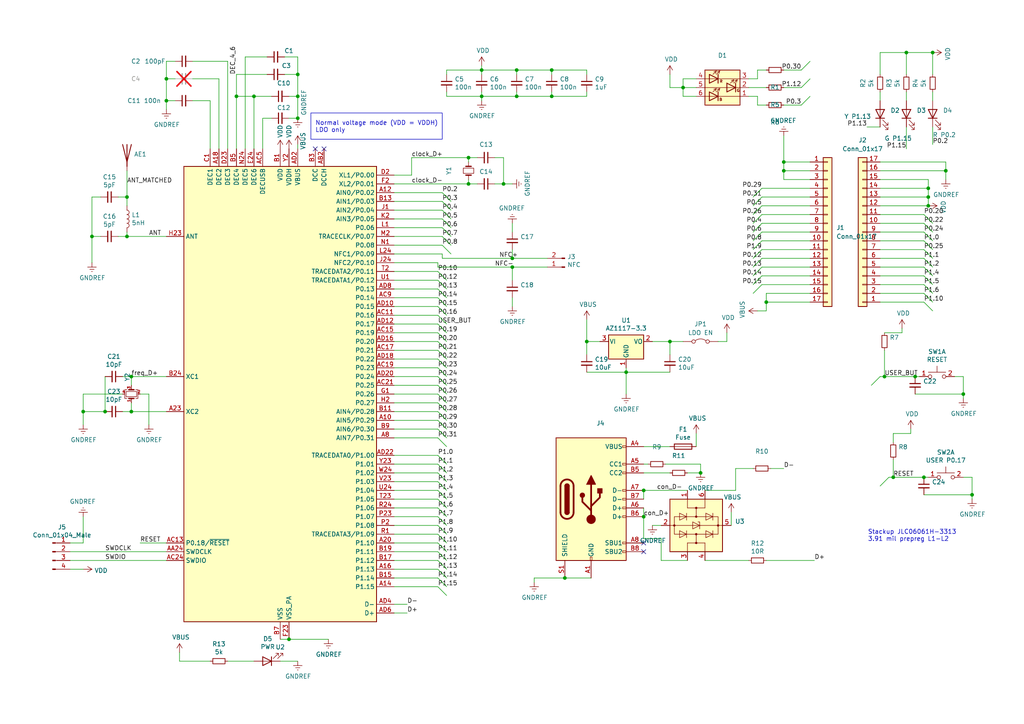
<source format=kicad_sch>
(kicad_sch (version 20231120) (generator "eeschema") (generator_version "8.0")
  (paper "A4")
  (title_block (title "Beaver") (date "2024-05-27") (rev "v2.0"))
  (junction (at 163.83 167.64))
  (junction (at 269.24 57.15))
  (junction (at 181.61 107.95))
  (junction (at 259.08 138.43))
  (junction (at 26.67 68.58))
  (junction (at 262.89 15.24))
  (junction (at 86.36 27.94))
  (junction (at 203.2 137.16))
  (junction (at 24.13 119.38))
  (junction (at 30.48 119.38))
  (junction (at 146.05 53.34))
  (junction (at 36.83 57.15))
  (junction (at 68.58 27.94))
  (junction (at 198.12 25.4))
  (junction (at 274.32 49.53))
  (junction (at 48.26 22.86))
  (junction (at 194.31 99.06))
  (junction (at 267.97 138.43))
  (junction (at 48.26 29.21))
  (junction (at 227.33 46.99))
  (junction (at 222.25 87.63))
  (junction (at 135.89 45.72))
  (junction (at 86.36 34.29))
  (junction (at 227.33 49.53))
  (junction (at 270.51 15.24))
  (junction (at 149.86 20.32))
  (junction (at 73.66 27.94))
  (junction (at 148.59 74.93))
  (junction (at 279.4 114.3))
  (junction (at 269.24 54.61))
  (junction (at 38.1 119.38))
  (junction (at 281.94 143.51))
  (junction (at 36.83 68.58))
  (junction (at 269.24 59.69))
  (junction (at 170.18 99.06))
  (junction (at 135.89 53.34))
  (junction (at 139.7 27.94))
  (junction (at 265.43 109.22))
  (junction (at 160.02 20.32))
  (junction (at 86.36 21.59))
  (junction (at 256.54 109.22))
  (junction (at 186.69 149.86))
  (junction (at 186.69 142.24))
  (junction (at 148.59 77.47))
  (junction (at 160.02 27.94))
  (junction (at 139.7 20.32))
  (junction (at 38.1 109.22))
  (junction (at 149.86 27.94))
  (junction (at 83.82 185.42))
  (no_connect (at 186.69 160.02))
  (no_connect (at 91.44 43.18))
  (no_connect (at 93.98 43.18))
  (no_connect (at 186.69 157.48))
  (bus_entry (at 127 78.74) (size 2.54 2.54))
  (bus_entry (at 127 86.36) (size 2.54 2.54))
  (bus_entry (at 220.98 77.47) (size -2.54 2.54))
  (bus_entry (at 267.97 69.85) (size 2.54 2.54))
  (bus_entry (at 220.98 64.77) (size -2.54 2.54))
  (bus_entry (at 127 93.98) (size 2.54 2.54))
  (bus_entry (at 127 154.94) (size 2.54 2.54))
  (bus_entry (at 127 137.16) (size 2.54 2.54))
  (bus_entry (at 127 132.08) (size 2.54 2.54))
  (bus_entry (at 127 142.24) (size 2.54 2.54))
  (bus_entry (at 127 124.46) (size 2.54 2.54))
  (bus_entry (at 220.98 57.15) (size -2.54 2.54))
  (bus_entry (at 128.27 68.58) (size 2.54 2.54))
  (bus_entry (at 127 147.32) (size 2.54 2.54))
  (bus_entry (at 127 160.02) (size 2.54 2.54))
  (bus_entry (at 127 127) (size 2.54 2.54))
  (bus_entry (at 234.95 22.86) (size -2.54 2.54))
  (bus_entry (at 127 157.48) (size 2.54 2.54))
  (bus_entry (at 267.97 62.23) (size 2.54 2.54))
  (bus_entry (at 127 152.4) (size 2.54 2.54))
  (bus_entry (at 220.98 82.55) (size -2.54 2.54))
  (bus_entry (at 267.97 72.39) (size 2.54 2.54))
  (bus_entry (at 267.97 87.63) (size 2.54 2.54))
  (bus_entry (at 127 162.56) (size 2.54 2.54))
  (bus_entry (at 220.98 69.85) (size -2.54 2.54))
  (bus_entry (at 127 114.3) (size 2.54 2.54))
  (bus_entry (at 127 81.28) (size 2.54 2.54))
  (bus_entry (at 267.97 64.77) (size 2.54 2.54))
  (bus_entry (at 127 116.84) (size 2.54 2.54))
  (bus_entry (at 128.27 58.42) (size 2.54 2.54))
  (bus_entry (at 267.97 74.93) (size 2.54 2.54))
  (bus_entry (at 267.97 82.55) (size 2.54 2.54))
  (bus_entry (at 128.27 60.96) (size 2.54 2.54))
  (bus_entry (at 220.98 72.39) (size -2.54 2.54))
  (bus_entry (at 267.97 85.09) (size 2.54 2.54))
  (bus_entry (at 127 91.44) (size 2.54 2.54))
  (bus_entry (at 220.98 54.61) (size -2.54 2.54))
  (bus_entry (at 128.27 55.88) (size 2.54 2.54))
  (bus_entry (at 127 139.7) (size 2.54 2.54))
  (bus_entry (at 267.97 77.47) (size 2.54 2.54))
  (bus_entry (at 267.97 67.31) (size 2.54 2.54))
  (bus_entry (at 220.98 80.01) (size -2.54 2.54))
  (bus_entry (at 128.27 63.5) (size 2.54 2.54))
  (bus_entry (at 127 99.06) (size 2.54 2.54))
  (bus_entry (at 128.27 66.04) (size 2.54 2.54))
  (bus_entry (at 128.27 71.12) (size 2.54 2.54))
  (bus_entry (at 220.98 62.23) (size -2.54 2.54))
  (bus_entry (at 127 88.9) (size 2.54 2.54))
  (bus_entry (at 220.98 67.31) (size -2.54 2.54))
  (bus_entry (at 127 170.18) (size 2.54 2.54))
  (bus_entry (at 127 165.1) (size 2.54 2.54))
  (bus_entry (at 127 104.14) (size 2.54 2.54))
  (bus_entry (at 127 149.86) (size 2.54 2.54))
  (bus_entry (at 127 119.38) (size 2.54 2.54))
  (bus_entry (at 234.95 17.78) (size -2.54 2.54))
  (bus_entry (at 127 121.92) (size 2.54 2.54))
  (bus_entry (at 234.95 27.94) (size -2.54 2.54))
  (bus_entry (at 127 101.6) (size 2.54 2.54))
  (bus_entry (at 220.98 59.69) (size -2.54 2.54))
  (bus_entry (at 127 96.52) (size 2.54 2.54))
  (bus_entry (at 127 144.78) (size 2.54 2.54))
  (bus_entry (at 255.27 140.97) (size 2.54 -2.54))
  (bus_entry (at 127 83.82) (size 2.54 2.54))
  (bus_entry (at 127 111.76) (size 2.54 2.54))
  (bus_entry (at 127 134.62) (size 2.54 2.54))
  (bus_entry (at 267.97 80.01) (size 2.54 2.54))
  (bus_entry (at 220.98 74.93) (size -2.54 2.54))
  (bus_entry (at 252.73 111.76) (size 2.54 -2.54))
  (bus_entry (at 127 109.22) (size 2.54 2.54))
  (bus_entry (at 127 167.64) (size 2.54 2.54))
  (bus_entry (at 127 106.68) (size 2.54 2.54))
  (wire (pts (xy 262.89 29.21) (xy 262.89 26.67)))
  (wire (pts (xy 114.3 81.28) (xy 127 81.28)))
  (wire (pts (xy 24.13 165.1) (xy 20.32 165.1)))
  (wire (pts (xy 194.31 21.59) (xy 194.31 25.4)))
  (wire (pts (xy 255.27 80.01) (xy 267.97 80.01)))
  (wire (pts (xy 262.89 43.18) (xy 262.89 36.83)))
  (wire (pts (xy 40.64 114.3) (xy 43.18 114.3)))
  (wire (pts (xy 128.27 58.42) (xy 114.3 58.42)))
  (wire (pts (xy 48.26 109.22) (xy 38.1 109.22)))
  (wire (pts (xy 269.24 52.07) (xy 269.24 54.61)))
  (wire (pts (xy 48.26 68.58) (xy 36.83 68.58)))
  (wire (pts (xy 114.3 88.9) (xy 127 88.9)))
  (wire (pts (xy 73.66 27.94) (xy 68.58 27.94)))
  (wire (pts (xy 127 76.2) (xy 114.3 76.2)))
  (wire (pts (xy 279.4 109.22) (xy 279.4 114.3)))
  (wire (pts (xy 261.62 96.52) (xy 261.62 95.25)))
  (wire (pts (xy 114.3 53.34) (xy 135.89 53.34)))
  (wire (pts (xy 222.25 87.63) (xy 222.25 90.17)))
  (wire (pts (xy 114.3 93.98) (xy 127 93.98)))
  (wire (pts (xy 71.12 43.18) (xy 71.12 16.51)))
  (wire (pts (xy 191.77 162.56) (xy 199.39 162.56)))
  (wire (pts (xy 127 111.76) (xy 114.3 111.76)))
  (wire (pts (xy 149.86 27.94) (xy 160.02 27.94)))
  (wire (pts (xy 114.3 114.3) (xy 127 114.3)))
  (wire (pts (xy 222.25 20.32) (xy 219.71 20.32)))
  (wire (pts (xy 267.97 143.51) (xy 281.94 143.51)))
  (wire (pts (xy 227.33 49.53) (xy 227.33 52.07)))
  (wire (pts (xy 170.18 99.06) (xy 173.99 99.06)))
  (wire (pts (xy 223.52 135.89) (xy 227.33 135.89)))
  (wire (pts (xy 255.27 72.39) (xy 267.97 72.39)))
  (wire (pts (xy 255.27 62.23) (xy 267.97 62.23)))
  (wire (pts (xy 139.7 27.94) (xy 129.54 27.94)))
  (wire (pts (xy 83.82 27.94) (xy 86.36 27.94)))
  (wire (pts (xy 119.38 45.72) (xy 135.89 45.72)))
  (wire (pts (xy 20.32 160.02) (xy 48.26 160.02)))
  (wire (pts (xy 234.95 52.07) (xy 227.33 52.07)))
  (wire (pts (xy 267.97 67.31) (xy 255.27 67.31)))
  (wire (pts (xy 114.3 109.22) (xy 127 109.22)))
  (wire (pts (xy 48.26 17.78) (xy 48.26 22.86)))
  (wire (pts (xy 259.08 125.73) (xy 264.16 125.73)))
  (wire (pts (xy 171.45 167.64) (xy 163.83 167.64)))
  (wire (pts (xy 222.25 85.09) (xy 222.25 87.63)))
  (wire (pts (xy 265.43 114.3) (xy 279.4 114.3)))
  (wire (pts (xy 255.27 52.07) (xy 269.24 52.07)))
  (wire (pts (xy 83.82 185.42) (xy 95.25 185.42)))
  (wire (pts (xy 20.32 157.48) (xy 24.13 157.48)))
  (wire (pts (xy 194.31 99.06) (xy 198.12 99.06)))
  (wire (pts (xy 148.59 74.93) (xy 158.75 74.93)))
  (wire (pts (xy 20.32 162.56) (xy 48.26 162.56)))
  (wire (pts (xy 114.3 83.82) (xy 127 83.82)))
  (wire (pts (xy 269.24 138.43) (xy 267.97 138.43)))
  (wire (pts (xy 212.09 152.4) (xy 212.09 148.59)))
  (wire (pts (xy 73.66 191.77) (xy 66.04 191.77)))
  (wire (pts (xy 66.04 43.18) (xy 66.04 17.78)))
  (wire (pts (xy 267.97 74.93) (xy 255.27 74.93)))
  (wire (pts (xy 60.96 191.77) (xy 52.07 191.77)))
  (wire (pts (xy 234.95 85.09) (xy 222.25 85.09)))
  (wire (pts (xy 255.27 54.61) (xy 269.24 54.61)))
  (wire (pts (xy 114.3 177.8) (xy 118.11 177.8)))
  (wire (pts (xy 269.24 57.15) (xy 269.24 59.69)))
  (wire (pts (xy 267.97 69.85) (xy 255.27 69.85)))
  (wire (pts (xy 135.89 52.07) (xy 135.89 53.34)))
  (wire (pts (xy 222.25 25.4) (xy 217.17 25.4)))
  (wire (pts (xy 170.18 20.32) (xy 160.02 20.32)))
  (wire (pts (xy 256.54 96.52) (xy 261.62 96.52)))
  (wire (pts (xy 127 127) (xy 114.3 127)))
  (wire (pts (xy 170.18 102.87) (xy 170.18 99.06)))
  (wire (pts (xy 127 101.6) (xy 114.3 101.6)))
  (wire (pts (xy 170.18 107.95) (xy 181.61 107.95)))
  (wire (pts (xy 186.69 137.16) (xy 194.31 137.16)))
  (wire (pts (xy 114.3 124.46) (xy 127 124.46)))
  (wire (pts (xy 255.27 29.21) (xy 255.27 26.67)))
  (wire (pts (xy 201.93 27.94) (xy 198.12 27.94)))
  (wire (pts (xy 60.96 43.18) (xy 60.96 29.21)))
  (wire (pts (xy 269.24 54.61) (xy 269.24 57.15)))
  (wire (pts (xy 234.95 74.93) (xy 220.98 74.93)))
  (wire (pts (xy 255.27 85.09) (xy 267.97 85.09)))
  (wire (pts (xy 186.69 144.78) (xy 186.69 142.24)))
  (wire (pts (xy 76.2 34.29) (xy 78.74 34.29)))
  (wire (pts (xy 255.27 46.99) (xy 274.32 46.99)))
  (wire (pts (xy 154.94 167.64) (xy 163.83 167.64)))
  (wire (pts (xy 232.41 20.32) (xy 227.33 20.32)))
  (wire (pts (xy 154.94 168.91) (xy 154.94 167.64)))
  (wire (pts (xy 251.46 36.83) (xy 255.27 36.83)))
  (wire (pts (xy 86.36 27.94) (xy 86.36 34.29)))
  (wire (pts (xy 82.55 21.59) (xy 86.36 21.59)))
  (wire (pts (xy 181.61 114.3) (xy 181.61 107.95)))
  (wire (pts (xy 68.58 21.59) (xy 77.47 21.59)))
  (wire (pts (xy 73.66 27.94) (xy 78.74 27.94)))
  (wire (pts (xy 234.95 64.77) (xy 220.98 64.77)))
  (wire (pts (xy 198.12 25.4) (xy 194.31 25.4)))
  (wire (pts (xy 213.36 142.24) (xy 213.36 135.89)))
  (wire (pts (xy 270.51 41.91) (xy 270.51 36.83)))
  (wire (pts (xy 114.3 91.44) (xy 127 91.44)))
  (wire (pts (xy 114.3 104.14) (xy 127 104.14)))
  (wire (pts (xy 35.56 114.3) (xy 24.13 114.3)))
  (wire (pts (xy 234.95 82.55) (xy 220.98 82.55)))
  (wire (pts (xy 210.82 96.52) (xy 210.82 99.06)))
  (wire (pts (xy 129.54 20.32) (xy 139.7 20.32)))
  (wire (pts (xy 86.36 43.18) (xy 86.36 41.91)))
  (wire (pts (xy 30.48 109.22) (xy 30.48 119.38)))
  (wire (pts (xy 127 157.48) (xy 114.3 157.48)))
  (wire (pts (xy 234.95 67.31) (xy 220.98 67.31)))
  (wire (pts (xy 81.28 185.42) (xy 83.82 185.42)))
  (wire (pts (xy 119.38 50.8) (xy 114.3 50.8)))
  (wire (pts (xy 38.1 116.84) (xy 38.1 119.38)))
  (wire (pts (xy 281.94 143.51) (xy 281.94 144.78)))
  (wire (pts (xy 50.8 22.86) (xy 48.26 22.86)))
  (wire (pts (xy 76.2 43.18) (xy 76.2 34.29)))
  (wire (pts (xy 127 162.56) (xy 114.3 162.56)))
  (wire (pts (xy 222.25 90.17) (xy 219.71 90.17)))
  (wire (pts (xy 279.4 138.43) (xy 281.94 138.43)))
  (wire (pts (xy 276.86 109.22) (xy 279.4 109.22)))
  (wire (pts (xy 86.36 16.51) (xy 86.36 21.59)))
  (wire (pts (xy 127 167.64) (xy 114.3 167.64)))
  (wire (pts (xy 66.04 17.78) (xy 55.88 17.78)))
  (wire (pts (xy 36.83 68.58) (xy 36.83 67.31)))
  (wire (pts (xy 55.88 22.86) (xy 63.5 22.86)))
  (wire (pts (xy 279.4 114.3) (xy 279.4 115.57)))
  (wire (pts (xy 127 77.47) (xy 148.59 77.47)))
  (wire (pts (xy 255.27 59.69) (xy 269.24 59.69)))
  (wire (pts (xy 24.13 114.3) (xy 24.13 119.38)))
  (wire (pts (xy 114.3 99.06) (xy 127 99.06)))
  (wire (pts (xy 43.18 123.19) (xy 43.18 114.3)))
  (wire (pts (xy 160.02 27.94) (xy 160.02 26.67)))
  (wire (pts (xy 256.54 109.22) (xy 255.27 109.22)))
  (wire (pts (xy 114.3 96.52) (xy 127 96.52)))
  (wire (pts (xy 127 116.84) (xy 114.3 116.84)))
  (wire (pts (xy 34.29 57.15) (xy 36.83 57.15)))
  (wire (pts (xy 143.51 45.72) (xy 146.05 45.72)))
  (wire (pts (xy 127 165.1) (xy 114.3 165.1)))
  (wire (pts (xy 114.3 66.04) (xy 128.27 66.04)))
  (wire (pts (xy 129.54 20.32) (xy 129.54 21.59)))
  (wire (pts (xy 146.05 53.34) (xy 148.59 53.34)))
  (wire (pts (xy 127 137.16) (xy 114.3 137.16)))
  (wire (pts (xy 220.98 80.01) (xy 234.95 80.01)))
  (wire (pts (xy 139.7 27.94) (xy 139.7 26.67)))
  (wire (pts (xy 48.26 31.75) (xy 48.26 29.21)))
  (wire (pts (xy 219.71 27.94) (xy 217.17 27.94)))
  (wire (pts (xy 119.38 50.8) (xy 119.38 45.72)))
  (wire (pts (xy 194.31 107.95) (xy 181.61 107.95)))
  (wire (pts (xy 227.33 46.99) (xy 227.33 49.53)))
  (wire (pts (xy 220.98 62.23) (xy 234.95 62.23)))
  (wire (pts (xy 203.2 134.62) (xy 203.2 137.16)))
  (wire (pts (xy 186.69 134.62) (xy 187.96 134.62)))
  (wire (pts (xy 127 152.4) (xy 114.3 152.4)))
  (wire (pts (xy 114.3 73.66) (xy 128.27 73.66)))
  (wire (pts (xy 34.29 68.58) (xy 36.83 68.58)))
  (wire (pts (xy 227.33 39.37) (xy 227.33 46.99)))
  (wire (pts (xy 219.71 22.86) (xy 217.17 22.86)))
  (wire (pts (xy 52.07 191.77) (xy 52.07 189.23)))
  (wire (pts (xy 267.97 138.43) (xy 259.08 138.43)))
  (wire (pts (xy 128.27 74.93) (xy 148.59 74.93)))
  (wire (pts (xy 138.43 53.34) (xy 135.89 53.34)))
  (wire (pts (xy 68.58 43.18) (xy 68.58 27.94)))
  (wire (pts (xy 227.33 49.53) (xy 234.95 49.53)))
  (wire (pts (xy 234.95 77.47) (xy 220.98 77.47)))
  (wire (pts (xy 201.93 125.73) (xy 201.93 129.54)))
  (wire (pts (xy 127 139.7) (xy 114.3 139.7)))
  (wire (pts (xy 227.33 46.99) (xy 234.95 46.99)))
  (wire (pts (xy 36.83 49.53) (xy 36.83 57.15)))
  (wire (pts (xy 128.27 73.66) (xy 128.27 74.93)))
  (wire (pts (xy 186.69 142.24) (xy 199.39 142.24)))
  (wire (pts (xy 170.18 21.59) (xy 170.18 20.32)))
  (wire (pts (xy 127 106.68) (xy 114.3 106.68)))
  (wire (pts (xy 210.82 99.06) (xy 208.28 99.06)))
  (wire (pts (xy 114.3 86.36) (xy 127 86.36)))
  (wire (pts (xy 213.36 135.89) (xy 218.44 135.89)))
  (wire (pts (xy 146.05 53.34) (xy 146.05 45.72)))
  (wire (pts (xy 127 147.32) (xy 114.3 147.32)))
  (wire (pts (xy 259.08 125.73) (xy 259.08 128.27)))
  (wire (pts (xy 259.08 138.43) (xy 257.81 138.43)))
  (wire (pts (xy 203.2 137.16) (xy 199.39 137.16)))
  (wire (pts (xy 127 170.18) (xy 114.3 170.18)))
  (wire (pts (xy 149.86 20.32) (xy 160.02 20.32)))
  (wire (pts (xy 129.54 27.94) (xy 129.54 26.67)))
  (wire (pts (xy 198.12 27.94) (xy 198.12 25.4)))
  (wire (pts (xy 170.18 92.71) (xy 170.18 99.06)))
  (wire (pts (xy 82.55 16.51) (xy 86.36 16.51)))
  (wire (pts (xy 262.89 15.24) (xy 262.89 21.59)))
  (wire (pts (xy 38.1 119.38) (xy 48.26 119.38)))
  (wire (pts (xy 38.1 119.38) (xy 35.56 119.38)))
  (wire (pts (xy 50.8 17.78) (xy 48.26 17.78)))
  (wire (pts (xy 186.69 147.32) (xy 186.69 149.86)))
  (wire (pts (xy 232.41 25.4) (xy 227.33 25.4)))
  (wire (pts (xy 255.27 15.24) (xy 255.27 21.59)))
  (wire (pts (xy 68.58 27.94) (xy 68.58 21.59)))
  (wire (pts (xy 148.59 77.47) (xy 158.75 77.47)))
  (wire (pts (xy 262.89 15.24) (xy 270.51 15.24)))
  (wire (pts (xy 143.51 53.34) (xy 146.05 53.34)))
  (wire (pts (xy 127 132.08) (xy 114.3 132.08)))
  (wire (pts (xy 127 142.24) (xy 114.3 142.24)))
  (wire (pts (xy 194.31 129.54) (xy 186.69 129.54)))
  (wire (pts (xy 259.08 133.35) (xy 259.08 138.43)))
  (wire (pts (xy 128.27 68.58) (xy 114.3 68.58)))
  (wire (pts (xy 255.27 82.55) (xy 267.97 82.55)))
  (wire (pts (xy 232.41 30.48) (xy 227.33 30.48)))
  (wire (pts (xy 222.25 30.48) (xy 219.71 30.48)))
  (wire (pts (xy 170.18 26.67) (xy 170.18 27.94)))
  (wire (pts (xy 255.27 87.63) (xy 267.97 87.63)))
  (wire (pts (xy 149.86 27.94) (xy 149.86 26.67)))
  (wire (pts (xy 198.12 22.86) (xy 198.12 25.4)))
  (wire (pts (xy 234.95 57.15) (xy 220.98 57.15)))
  (wire (pts (xy 48.26 29.21) (xy 50.8 29.21)))
  (wire (pts (xy 26.67 57.15) (xy 26.67 68.58)))
  (wire (pts (xy 256.54 101.6) (xy 256.54 109.22)))
  (wire (pts (xy 139.7 20.32) (xy 149.86 20.32)))
  (wire (pts (xy 24.13 119.38) (xy 24.13 123.19)))
  (wire (pts (xy 219.71 20.32) (xy 219.71 22.86)))
  (wire (pts (xy 114.3 60.96) (xy 128.27 60.96)))
  (wire (pts (xy 26.67 68.58) (xy 26.67 76.2)))
  (wire (pts (xy 274.32 46.99) (xy 274.32 49.53)))
  (wire (pts (xy 219.71 30.48) (xy 219.71 27.94)))
  (wire (pts (xy 139.7 19.05) (xy 139.7 20.32)))
  (wire (pts (xy 38.1 111.76) (xy 38.1 109.22)))
  (wire (pts (xy 55.88 29.21) (xy 60.96 29.21)))
  (wire (pts (xy 127 134.62) (xy 114.3 134.62)))
  (wire (pts (xy 255.27 57.15) (xy 269.24 57.15)))
  (wire (pts (xy 149.86 20.32) (xy 149.86 21.59)))
  (wire (pts (xy 201.93 22.86) (xy 198.12 22.86)))
  (wire (pts (xy 186.69 156.21) (xy 191.77 156.21)))
  (wire (pts (xy 189.23 99.06) (xy 194.31 99.06)))
  (wire (pts (xy 83.82 34.29) (xy 86.36 34.29)))
  (wire (pts (xy 189.23 152.4) (xy 191.77 152.4)))
  (wire (pts (xy 191.77 156.21) (xy 191.77 162.56)))
  (wire (pts (xy 127 149.86) (xy 114.3 149.86)))
  (wire (pts (xy 234.95 54.61) (xy 220.98 54.61)))
  (wire (pts (xy 138.43 45.72) (xy 135.89 45.72)))
  (wire (pts (xy 29.21 57.15) (xy 26.67 57.15)))
  (wire (pts (xy 63.5 43.18) (xy 63.5 22.86)))
  (wire (pts (xy 128.27 63.5) (xy 114.3 63.5)))
  (wire (pts (xy 127 154.94) (xy 114.3 154.94)))
  (wire (pts (xy 148.59 64.77) (xy 148.59 67.31)))
  (wire (pts (xy 222.25 162.56) (xy 236.22 162.56)))
  (wire (pts (xy 267.97 64.77) (xy 255.27 64.77)))
  (wire (pts (xy 118.11 175.26) (xy 114.3 175.26)))
  (wire (pts (xy 73.66 43.18) (xy 73.66 27.94)))
  (wire (pts (xy 181.61 107.95) (xy 181.61 106.68)))
  (wire (pts (xy 86.36 21.59) (xy 86.36 27.94)))
  (wire (pts (xy 186.69 149.86) (xy 186.69 156.21)))
  (wire (pts (xy 114.3 71.12) (xy 128.27 71.12)))
  (wire (pts (xy 139.7 29.21) (xy 139.7 27.94)))
  (wire (pts (xy 48.26 22.86) (xy 48.26 29.21)))
  (wire (pts (xy 127 121.92) (xy 114.3 121.92)))
  (wire (pts (xy 222.25 87.63) (xy 234.95 87.63)))
  (wire (pts (xy 148.59 81.28) (xy 148.59 77.47)))
  (wire (pts (xy 264.16 125.73) (xy 264.16 124.46)))
  (wire (pts (xy 40.64 157.48) (xy 48.26 157.48)))
  (wire (pts (xy 127 78.74) (xy 114.3 78.74)))
  (wire (pts (xy 86.36 191.77) (xy 81.28 191.77)))
  (wire (pts (xy 270.51 15.24) (xy 270.51 21.59)))
  (wire (pts (xy 193.04 134.62) (xy 203.2 134.62)))
  (wire (pts (xy 160.02 20.32) (xy 160.02 21.59)))
  (wire (pts (xy 127 144.78) (xy 114.3 144.78)))
  (wire (pts (xy 135.89 46.99) (xy 135.89 45.72)))
  (wire (pts (xy 265.43 109.22) (xy 256.54 109.22)))
  (wire (pts (xy 114.3 119.38) (xy 127 119.38)))
  (wire (pts (xy 194.31 102.87) (xy 194.31 99.06)))
  (wire (pts (xy 270.51 29.21) (xy 270.51 26.67)))
  (wire (pts (xy 204.47 142.24) (xy 213.36 142.24)))
  (wire (pts (xy 114.3 55.88) (xy 128.27 55.88)))
  (wire (pts (xy 170.18 27.94) (xy 160.02 27.94)))
  (wire (pts (xy 267.97 77.47) (xy 255.27 77.47)))
  (wire (pts (xy 127 160.02) (xy 114.3 160.02)))
  (wire (pts (xy 139.7 27.94) (xy 149.86 27.94)))
  (wire (pts (xy 148.59 88.9) (xy 148.59 86.36)))
  (wire (pts (xy 274.32 49.53) (xy 274.32 52.07)))
  (wire (pts (xy 24.13 157.48) (xy 24.13 149.86)))
  (wire (pts (xy 281.94 138.43) (xy 281.94 143.51)))
  (wire (pts (xy 148.59 72.39) (xy 148.59 74.93)))
  (wire (pts (xy 255.27 15.24) (xy 262.89 15.24)))
  (wire (pts (xy 38.1 109.22) (xy 35.56 109.22)))
  (wire (pts (xy 30.48 119.38) (xy 24.13 119.38)))
  (wire (pts (xy 36.83 59.69) (xy 36.83 57.15)))
  (wire (pts (xy 266.7 109.22) (xy 265.43 109.22)))
  (wire (pts (xy 139.7 20.32) (xy 139.7 21.59)))
  (wire (pts (xy 71.12 16.51) (xy 77.47 16.51)))
  (wire (pts (xy 220.98 69.85) (xy 234.95 69.85)))
  (wire (pts (xy 220.98 72.39) (xy 234.95 72.39)))
  (wire (pts (xy 29.21 68.58) (xy 26.67 68.58)))
  (wire (pts (xy 255.27 49.53) (xy 274.32 49.53)))
  (wire (pts (xy 127 77.47) (xy 127 76.2)))
  (wire (pts (xy 234.95 59.69) (xy 220.98 59.69)))
  (wire (pts (xy 204.47 162.56) (xy 217.17 162.56)))
  (wire (pts (xy 201.93 25.4) (xy 198.12 25.4)))
  (rectangle (start 128.27 40.386) (end 90.17 32.766))
  (text "Normal voltage mode (VDD = VDDH)\nLDO only" (at 91.44 36.83 0) (effects (font (size 1.27 1.27)) (justify left)))
  (text "Stackup JLC06061H-3313\n3.91 mil prepreg L1-L2" (at 251.714 153.67 0) (effects (font (size 1.27 1.27)) (justify left top)))
  (label "P0.3" (at 128.27 58.42 0))
  (label "P0.26" (at 220.98 62.23 180))
  (label "P1.11" (at 127 160.02 0))
  (label "P0.3" (at 232.41 30.48 180))
  (label "NFC+" (at 144.78 74.93 0))
  (label "P1.9" (at 220.98 72.39 180))
  (label "P1.13" (at 251.46 36.83 180))
  (label "P0.5" (at 220.98 59.69 180))
  (label "D-" (at 227.33 135.89 0))
  (label "P0.8" (at 220.98 69.85 180))
  (label "D+" (at 236.22 162.56 0))
  (label "P0.10" (at 127 78.74 0))
  (label "P0.29" (at 127 121.92 0))
  (label "P0.24" (at 127 109.22 0))
  (label "P1.0" (at 127 132.08 0))
  (label "P0.26" (at 127 114.3 0))
  (label "P0.2" (at 128.27 55.88 0))
  (label "P1.12" (at 232.41 25.4 180))
  (label "clock_D-" (at 119.38 53.34 0))
  (label "SWDCLK" (at 30.48 160.02 0))
  (label "P0.2" (at 270.51 41.91 0))
  (label "freq_D+" (at 38.1 109.22 0))
  (label "P1.3" (at 127 139.7 0))
  (label "P1.6" (at 267.97 85.09 0))
  (label "P1.1" (at 267.97 74.93 0))
  (label "SWDIO" (at 30.48 162.56 0))
  (label "P0.30" (at 232.41 20.32 180))
  (label "P0.20" (at 127 99.06 0))
  (label "P1.7" (at 127 149.86 0))
  (label "P0.8" (at 128.27 71.12 0))
  (label "P0.15" (at 220.98 82.55 180))
  (label "USER_BUT" (at 256.54 109.22 0))
  (label "P0.27" (at 127 116.84 0))
  (label "P1.10" (at 127 157.48 0))
  (label "P1.4" (at 267.97 80.01 0))
  (label "P0.19" (at 127 96.52 0))
  (label "P1.8" (at 127 152.4 0))
  (label "P0.14" (at 127 86.36 0))
  (label "P0.4" (at 128.27 60.96 0))
  (label "P0.22" (at 267.97 64.77 0))
  (label "P1.9" (at 127 154.94 0))
  (label "P1.1" (at 127 134.62 0))
  (label "P1.5" (at 127 144.78 0))
  (label "P0.31" (at 220.98 57.15 180))
  (label "P0.14" (at 220.98 80.01 180))
  (label "ANT_MATCHED" (at 36.83 53.34 0))
  (label "P0.30" (at 127 124.46 0))
  (label "P1.15" (at 262.89 43.18 180))
  (label "RESET" (at 259.08 138.43 0))
  (label "P1.5" (at 267.97 82.55 0))
  (label "clock_D+" (at 119.38 45.72 0))
  (label "P1.2" (at 267.97 77.47 0))
  (label "P1.6" (at 127 147.32 0))
  (label "RESET" (at 40.64 157.48 0))
  (label "DEC_4_6" (at 68.58 21.59 90))
  (label "P0.6" (at 128.27 66.04 0))
  (label "P0.21" (at 127 101.6 0))
  (label "P0.28" (at 127 119.38 0))
  (label "USER_BUT" (at 127 93.98 0))
  (label "P0.23" (at 127 106.68 0))
  (label "P1.13" (at 127 165.1 0))
  (label "D-" (at 118.11 175.26 0))
  (label "P0.25" (at 127 111.76 0))
  (label "P0.22" (at 127 104.14 0))
  (label "P0.6" (at 220.98 67.31 180))
  (label "P0.25" (at 267.97 72.39 0))
  (label "P1.15" (at 127 170.18 0))
  (label "P0.29" (at 220.98 54.61 180))
  (label "P0.16" (at 127 91.44 0))
  (label "P1.2" (at 127 137.16 0))
  (label "P0.4" (at 220.98 64.77 180))
  (label "P0.13" (at 127 83.82 0))
  (label "NFC-" (at 143.51 77.47 0))
  (label "P0.12" (at 127 81.28 0))
  (label "D+" (at 118.11 177.8 0))
  (label "P0.7" (at 128.27 68.58 0))
  (label "P0.5" (at 128.27 63.5 0))
  (label "P0.15" (at 127 88.9 0))
  (label "P1.0" (at 267.97 69.85 0))
  (label "P0.31" (at 127 127 0))
  (label "P1.12" (at 127 162.56 0))
  (label "P0.13" (at 220.98 77.47 180))
  (label "P1.14" (at 127 167.64 0))
  (label "ANT" (at 43.18 68.58 0))
  (label "con_D-" (at 190.5 142.24 0))
  (label "P0.12" (at 220.98 74.93 180))
  (label "P1.4" (at 127 142.24 0))
  (label "P1.10" (at 267.97 87.63 0))
  (label "P0.24" (at 267.97 67.31 0))
  (label "P0.20" (at 267.97 62.23 0))
  (label "con_D+" (at 186.69 149.86 0))
  (symbol (lib_id "Device:L") (at 36.83 63.5 0) (unit 1)
    (property "Reference" "L1" (at 38.1762 62.3316 0) (effects (justify left)))
    (property "Value" "5nH" (at 38.1762 64.643 0) (effects (justify left)))
    (property "Footprint" "Inductor_SMD:L_0402_1005Metric" (effects (hide yes)))
  )
  (symbol (lib_id "dev_board-rescue:Conn_01x04_Male-Connector") (at 15.24 160.02 0) (unit 1)
    (property "Reference" "J5" (at 17.9832 152.8826 0))
    (property "Value" "Conn_01x04_Male" (at 17.9832 155.194 0))
    (property "Footprint" "Connector_PinHeader_2.54mm:PinHeader_1x04_P2.54mm_Vertical" (effects (hide yes)))
  )
  (symbol (lib_id "power:VDD") (at 24.13 165.1 270) (unit 1)
    (property "Reference" "#PWR031" (effects (hide yes)))
    (property "Value" "VDD" (at 27.3812 165.481 90) (effects (justify left)))
  )
  (symbol (lib_id "power:GNDREF") (at 26.67 76.2 0) (unit 1)
    (property "Reference" "#PWR015" (effects (hide yes)))
    (property "Value" "GNDREF" (at 26.797 80.5942 0))
  )
  (symbol (lib_id "Device:C_Small") (at 31.75 68.58 270) (unit 1)
    (property "Reference" "C16" (at 31.75 62.7634 90))
    (property "Value" "5pF" (at 31.75 65.0748 90))
    (property "Footprint" "Capacitor_SMD:C_0402_1005Metric" (effects (hide yes)))
  )
  (symbol (lib_id "Device:C_Small") (at 31.75 57.15 270) (unit 1)
    (property "Reference" "C15" (at 31.75 51.3334 90))
    (property "Value" "5pF" (at 31.75 53.6448 90))
    (property "Footprint" "Capacitor_SMD:C_0402_1005Metric" (effects (hide yes)))
  )
  (symbol (lib_id "power:GNDREF") (at 154.94 168.91 0) (unit 1)
    (property "Reference" "#PWR032" (effects (hide yes)))
    (property "Value" "GNDREF" (at 155.067 173.3042 0))
  )
  (symbol (lib_id "power:VBUS") (at 201.93 125.73 0) (unit 1)
    (property "Reference" "#PWR025" (effects (hide yes)))
    (property "Value" "VBUS" (at 202.311 121.3358 0))
  )
  (symbol (lib_id "Connector:USB_C_Receptacle_USB2.0") (at 171.45 144.78 0) (unit 1)
    (property "Reference" "J4" (at 174.1678 122.7582 0))
    (property "Value" "USB_C_Receptacle_USB2.0" (effects (hide yes)))
    (property "Footprint" "Connector_USB:USB_C_Receptacle_XKB_U262-16XN-4BVC11" (effects (hide yes)))
    (property "Datasheet" "https://www.usb.org/sites/default/files/documents/usb_type-c.zip" (effects (hide yes)))
  )
  (symbol (lib_id "Device:R_Small") (at 190.5 134.62 270) (unit 1)
    (property "Reference" "R9" (at 190.5 129.6416 90))
    (property "Value" "5k" (effects (hide yes)))
    (property "Footprint" "Resistor_SMD:R_0402_1005Metric" (effects (hide yes)))
  )
  (symbol (lib_id "Device:R_Small") (at 196.85 137.16 270) (unit 1)
    (property "Reference" "R11" (at 196.85 132.1816 90))
    (property "Value" "5k" (effects (hide yes)))
    (property "Footprint" "Resistor_SMD:R_0402_1005Metric" (effects (hide yes)))
  )
  (symbol (lib_id "power:GNDREF") (at 203.2 137.16 0) (unit 1)
    (property "Reference" "#PWR026" (effects (hide yes)))
    (property "Value" "GNDREF" (at 203.327 141.5542 0))
  )
  (symbol (lib_id "Power_Protection:USBLC6-2SC6") (at 201.93 152.4 270) (unit 1)
    (property "Reference" "U3" (at 213.2076 151.2316 90) (effects (justify left)))
    (property "Value" "USBLC6-2SC6" (effects (hide yes)))
    (property "Footprint" "Package_TO_SOT_SMD:SOT-23-6" (effects (hide yes)))
    (property "Datasheet" "https://www.st.com/resource/en/datasheet/usblc6-2.pdf" (effects (hide yes)))
  )
  (symbol (lib_id "Device:R_Small") (at 220.98 135.89 270) (unit 1)
    (property "Reference" "R10" (at 220.98 130.9116 90))
    (property "Value" "10R" (effects (hide yes)))
    (property "Footprint" "Resistor_SMD:R_0402_1005Metric" (effects (hide yes)))
  )
  (symbol (lib_id "power:GNDREF") (at 189.23 152.4 0) (unit 1)
    (property "Reference" "#PWR030" (effects (hide yes)))
    (property "Value" "GNDREF" (at 189.357 156.7942 0))
  )
  (symbol (lib_id "power:VBUS") (at 212.09 148.59 0) (unit 1)
    (property "Reference" "#PWR028" (effects (hide yes)))
    (property "Value" "VBUS" (at 212.471 144.1958 0))
  )
  (symbol (lib_id "Device:Fuse") (at 198.12 129.54 270) (unit 1)
    (property "Reference" "F1" (at 198.12 124.5362 90))
    (property "Value" "Fuse" (at 198.12 126.8476 90))
    (property "Footprint" "Fuse:Fuse_1206_3216Metric" (effects (hide yes)))
  )
  (symbol (lib_id "Device:R_Small") (at 224.79 30.48 90) (unit 1)
    (property "Reference" "R6" (at 224.79 35.4584 90))
    (property "Value" "5k" (effects (hide yes)))
    (property "Footprint" "Resistor_SMD:R_0603_1608Metric" (effects (hide yes)))
  )
  (symbol (lib_id "Device:R_Small") (at 224.79 25.4 90) (unit 1)
    (property "Reference" "R5" (at 224.79 30.3784 90))
    (property "Value" "5k" (effects (hide yes)))
    (property "Footprint" "Resistor_SMD:R_0603_1608Metric" (effects (hide yes)))
  )
  (symbol (lib_id "Device:R_Small") (at 224.79 20.32 90) (unit 1)
    (property "Reference" "R1" (at 224.79 25.2984 90))
    (property "Value" "5k" (effects (hide yes)))
    (property "Footprint" "Resistor_SMD:R_0603_1608Metric" (effects (hide yes)))
  )
  (symbol (lib_id "Device:R_Small") (at 219.71 162.56 270) (unit 1)
    (property "Reference" "R12" (at 219.71 157.5816 90))
    (property "Value" "10R" (at 219.71 159.893 90))
    (property "Footprint" "Resistor_SMD:R_0402_1005Metric" (effects (hide yes)))
  )
  (symbol (lib_id "Device:C_Small") (at 267.97 140.97 0) (unit 1)
    (property "Reference" "C24" (at 270.3068 139.8016 0) (effects (justify left)))
    (property "Value" "1uF" (effects (hide yes)))
    (property "Footprint" "Capacitor_SMD:C_0402_1005Metric" (effects (hide yes)))
  )
  (symbol (lib_id "Device:C_Small") (at 149.86 24.13 0) (unit 1)
    (property "Reference" "C7" (at 152.1968 22.9616 0) (effects (justify left)))
    (property "Value" "100n" (at 152.1968 25.273 0) (effects (justify left)))
    (property "Footprint" "Capacitor_SMD:C_0402_1005Metric" (effects (hide yes)))
  )
  (symbol (lib_id "Device:C_Small") (at 139.7 24.13 0) (unit 1)
    (property "Reference" "C6" (at 142.0368 22.9616 0) (effects (justify left)))
    (property "Value" "100n" (at 142.0368 25.273 0) (effects (justify left)))
    (property "Footprint" "Capacitor_SMD:C_0402_1005Metric" (effects (hide yes)))
  )
  (symbol (lib_id "power:GNDREF") (at 139.7 29.21 0) (unit 1)
    (property "Reference" "#PWR04" (effects (hide yes)))
    (property "Value" "GNDREF" (at 139.827 33.6042 0))
  )
  (symbol (lib_id "Device:C_Small") (at 129.54 24.13 0) (unit 1)
    (property "Reference" "C5" (at 131.8768 22.9616 0) (effects (justify left)))
    (property "Value" "100n" (at 131.8768 25.273 0) (effects (justify left)))
    (property "Footprint" "Capacitor_SMD:C_0402_1005Metric" (effects (hide yes)))
  )
  (symbol (lib_id "MCU_Nordic:nRF52840") (at 81.28 114.3 0) (unit 1)
    (property "Reference" "U2" (at 81.28 187.6806 0))
    (property "Value" "nRF52840" (effects (hide yes)))
    (property "Footprint" "Package_DFN_QFN:Nordic_AQFN-73-1EP_7x7mm_P0.5mm" (effects (hide yes)))
    (property "Datasheet" "http://infocenter.nordicsemi.com/topic/com.nordic.infocenter.nrf52/dita/nrf52/chips/nrf52840.html" (effects (hide yes)))
  )
  (symbol (lib_id "power:VDD") (at 194.31 21.59 0) (unit 1)
    (property "Reference" "#PWR03" (effects (hide yes)))
    (property "Value" "VDD" (at 194.691 17.1958 0))
  )
  (symbol (lib_id "Device:R_Small") (at 259.08 130.81 0) (unit 1)
    (property "Reference" "R8" (at 260.5786 129.6416 0) (effects (justify left)))
    (property "Value" "5k" (effects (hide yes)))
    (property "Footprint" "Resistor_SMD:R_0402_1005Metric" (effects (hide yes)))
  )
  (symbol (lib_id "power:GNDREF") (at 281.94 144.78 0) (unit 1)
    (property "Reference" "#PWR027" (effects (hide yes)))
    (property "Value" "GNDREF" (at 282.067 149.1742 0))
  )
  (symbol (lib_id "power:VDD") (at 264.16 124.46 0) (unit 1)
    (property "Reference" "#PWR024" (effects (hide yes)))
    (property "Value" "VDD" (at 264.541 120.0658 0))
  )
  (symbol (lib_id "power:VDD") (at 270.51 15.24 270) (unit 1)
    (property "Reference" "#PWR01" (effects (hide yes)))
    (property "Value" "VDD" (at 274.9042 15.621 0))
  )
  (symbol (lib_id "Device:Crystal_GND24_Small") (at 38.1 114.3 90) (unit 1)
    (property "Reference" "Y2" (at 36.9316 110.6424 0) (effects (justify left)))
    (property "Value" "Crystal_GND24_Small" (effects (hide yes)))
    (property "Footprint" "Crystal:Crystal_SMD_2520-4Pin_2.5x2.0mm" (effects (hide yes)))
  )
  (symbol (lib_id "Device:C_Small") (at 33.02 119.38 270) (unit 1)
    (property "Reference" "C23" (at 33.02 113.5634 90))
    (property "Value" "10pF" (at 33.02 115.8748 90))
    (property "Footprint" "Capacitor_SMD:C_0402_1005Metric" (effects (hide yes)))
  )
  (symbol (lib_id "Device:C_Small") (at 33.02 109.22 270) (unit 1)
    (property "Reference" "C21" (at 33.02 103.4034 90))
    (property "Value" "10pF" (at 33.02 105.7148 90))
    (property "Footprint" "Capacitor_SMD:C_0402_1005Metric" (effects (hide yes)))
  )
  (symbol (lib_id "power:GNDREF") (at 24.13 123.19 0) (unit 1)
    (property "Reference" "#PWR023" (effects (hide yes)))
    (property "Value" "GNDREF" (at 24.257 127.5842 0))
  )
  (symbol (lib_id "power:GNDREF") (at 24.13 149.86 180) (unit 1)
    (property "Reference" "#PWR029" (effects (hide yes)))
    (property "Value" "GNDREF" (at 24.003 145.4658 0))
  )
  (symbol (lib_id "Device:C_Small") (at 140.97 53.34 270) (unit 1)
    (property "Reference" "C14" (at 140.97 49.784 90))
    (property "Value" "10pF" (effects (hide yes)))
    (property "Footprint" "Capacitor_SMD:C_0402_1005Metric" (effects (hide yes)))
  )
  (symbol (lib_id "Device:C_Small") (at 140.97 45.72 270) (unit 1)
    (property "Reference" "C13" (at 140.97 41.91 90))
    (property "Value" "10pF" (effects (hide yes)))
    (property "Footprint" "Capacitor_SMD:C_0402_1005Metric" (effects (hide yes)))
  )
  (symbol (lib_id "power:GNDREF") (at 148.59 53.34 90) (unit 1)
    (property "Reference" "#PWR012" (effects (hide yes)))
    (property "Value" "GNDREF" (at 152.9842 53.213 0))
  )
  (symbol (lib_id "power:GNDREF") (at 95.25 185.42 0) (unit 1)
    (property "Reference" "#PWR033" (effects (hide yes)))
    (property "Value" "GNDREF" (at 95.377 189.8142 0))
  )
  (symbol (lib_id "power:VBUS") (at 86.36 41.91 0) (unit 1)
    (property "Reference" "#PWR08" (effects (hide yes)))
    (property "Value" "VBUS" (at 87.884 40.894 90))
  )
  (symbol (lib_id "dev_board-rescue:Conn_01x02_Male-Connector") (at 163.83 77.47 180) (unit 1)
    (property "Reference" "J3" (at 164.5412 74.4728 0) (effects (justify right)))
    (property "Value" "NFC" (at 164.5412 76.7842 0) (effects (justify right)))
    (property "Footprint" "Connector_PinHeader_2.54mm:PinHeader_1x02_P2.54mm_Vertical" (effects (hide yes)))
  )
  (symbol (lib_id "Device:R_Small") (at 63.5 191.77 270) (unit 1)
    (property "Reference" "R13" (at 63.5 186.7916 90))
    (property "Value" "5k" (at 63.5 189.103 90))
    (property "Footprint" "Resistor_SMD:R_0603_1608Metric" (effects (hide yes)))
  )
  (symbol (lib_id "power:GNDREF") (at 86.36 191.77 0) (unit 1)
    (property "Reference" "#PWR035" (effects (hide yes)))
    (property "Value" "GNDREF" (at 86.487 196.1642 0))
  )
  (symbol (lib_id "Device:LED") (at 77.47 191.77 180) (unit 1)
    (property "Reference" "D5" (at 77.6478 185.293 0))
    (property "Value" "PWR" (at 77.6478 187.6044 0))
    (property "Footprint" "Diode_SMD:D_0603_1608Metric" (effects (hide yes)))
  )
  (symbol (lib_id "Device:C_Small") (at 53.34 17.78 90) (mirror x) (unit 1)
    (property "Reference" "C2" (at 39.37 17.78 90))
    (property "Value" "100pF" (at 44.958 17.78 90))
    (property "Footprint" "Capacitor_SMD:C_0402_1005Metric" (effects (hide yes)))
  )
  (symbol (lib_id "Device:C_Small") (at 148.59 69.85 0) (unit 1)
    (property "Reference" "C17" (at 150.9268 68.6816 0) (effects (justify left)))
    (property "Value" "200pF" (effects (hide yes)))
    (property "Footprint" "Capacitor_SMD:C_0402_1005Metric" (effects (hide yes)))
  )
  (symbol (lib_id "Device:C_Small") (at 148.59 83.82 0) (unit 1)
    (property "Reference" "C18" (at 150.9268 82.6516 0) (effects (justify left)))
    (property "Value" "200pF" (effects (hide yes)))
    (property "Footprint" "Capacitor_SMD:C_0402_1005Metric" (effects (hide yes)))
  )
  (symbol (lib_id "power:GNDREF") (at 148.59 88.9 0) (unit 1)
    (property "Reference" "#PWR016" (effects (hide yes)))
    (property "Value" "GNDREF" (at 148.717 93.2942 0))
  )
  (symbol (lib_id "Device:C_Small") (at 53.34 22.86 90) (mirror x) (unit 1) (dnp yes)
    (property "Reference" "C4" (at 39.37 22.86 90))
    (property "Value" "1uF" (effects (hide yes)))
    (property "Footprint" "Capacitor_SMD:C_0402_1005Metric" (effects (hide yes)))
  )
  (symbol (lib_id "power:GNDREF") (at 148.59 64.77 180) (unit 1)
    (property "Reference" "#PWR014" (effects (hide yes)))
    (property "Value" "GNDREF" (at 148.463 60.3758 0))
  )
  (symbol (lib_id "Device:C_Small") (at 53.34 29.21 90) (mirror x) (unit 1)
    (property "Reference" "C11" (at 38.862 29.21 90))
    (property "Value" "100n" (at 44.196 29.21 90))
    (property "Footprint" "Capacitor_SMD:C_0402_1005Metric" (effects (hide yes)))
  )
  (symbol (lib_id "LED:ASMT-YTC2-0AA02") (at 209.55 25.4 0) (unit 1)
    (property "Reference" "D1" (at 209.55 16.0782 0))
    (property "Value" "ASMT-YTC2-0AA02" (effects (hide yes)))
    (property "Footprint" "LED_SMD:LED_WS2812_PLCC6_5.0x5.0mm_P1.6mm" (effects (hide yes)))
    (property "Datasheet" "http://www.avagotech.com/docs/AV02-2589EN" (effects (hide yes)))
  )
  (symbol (lib_id "power:GNDREF") (at 86.36 34.29 0) (unit 1)
    (property "Reference" "#PWR06" (effects (hide yes)))
    (property "Value" "GNDREF" (at 88.138 29.718 90))
  )
  (symbol (lib_id "Device:C_Small") (at 81.28 27.94 90) (mirror x) (unit 1)
    (property "Reference" "C10" (at 82.296 24.13 90))
    (property "Value" "1uF" (effects (hide yes)))
    (property "Footprint" "Capacitor_SMD:C_0402_1005Metric" (effects (hide yes)))
  )
  (symbol (lib_id "Device:C_Small") (at 80.01 21.59 90) (mirror x) (unit 1)
    (property "Reference" "C3" (at 83.058 19.05 90))
    (property "Value" "100nF" (effects (hide yes)))
    (property "Footprint" "Capacitor_SMD:C_0402_1005Metric" (effects (hide yes)))
  )
  (symbol (lib_id "power:GNDREF") (at 48.26 31.75 0) (unit 1)
    (property "Reference" "#PWR05" (effects (hide yes)))
    (property "Value" "GNDREF" (at 48.387 36.1442 0))
  )
  (symbol (lib_id "Device:C_Small") (at 80.01 16.51 90) (mirror x) (unit 1)
    (property "Reference" "C1" (at 83.82 14.732 90))
    (property "Value" "820pF" (effects (hide yes)))
    (property "Footprint" "Capacitor_SMD:C_0402_1005Metric" (effects (hide yes)))
  )
  (symbol (lib_id "power:VDD") (at 83.82 43.18 0) (unit 1)
    (property "Reference" "#PWR010" (effects (hide yes)))
    (property "Value" "VDD" (at 83.82 38.1 90))
  )
  (symbol (lib_id "Device:Crystal_Small") (at 135.89 49.53 90) (unit 1)
    (property "Reference" "Y1" (at 130.175 49.53 0))
    (property "Value" "Crystal_Small" (effects (hide yes)))
    (property "Footprint" "Crystal:Crystal_SMD_3215-2Pin_3.2x1.5mm" (effects (hide yes)))
  )
  (symbol (lib_id "Device:Antenna") (at 36.83 44.45 0) (unit 1)
    (property "Reference" "AE1" (at 38.862 44.7294 0) (effects (justify left)))
    (property "Value" "Antenna" (effects (hide yes)))
    (property "Footprint" "Connector_Coaxial:U.FL_Hirose_U.FL-R-SMT-1_Vertical" (effects (hide yes)))
  )
  (symbol (lib_id "Regulator_Linear:AZ1117-3.3") (at 181.61 99.06 0) (unit 1)
    (property "Reference" "U1" (at 181.61 92.9132 0))
    (property "Value" "AZ1117-3.3" (at 181.61 95.2246 0))
    (property "Footprint" "Package_TO_SOT_SMD:SOT-223-3_TabPin2" (effects (hide yes)))
    (property "Datasheet" "https://www.diodes.com/assets/Datasheets/AZ1117.pdf" (effects (hide yes)))
  )
  (symbol (lib_id "power:VBUS") (at 170.18 92.71 0) (unit 1)
    (property "Reference" "#PWR018" (effects (hide yes)))
    (property "Value" "VBUS" (at 170.561 88.3158 0))
  )
  (symbol (lib_id "power:VDD") (at 81.28 43.18 0) (unit 1)
    (property "Reference" "#PWR09" (effects (hide yes)))
    (property "Value" "VDD" (at 81.28 38.1 90))
  )
  (symbol (lib_id "Device:C_Small") (at 170.18 24.13 0) (unit 1)
    (property "Reference" "C9" (at 172.5168 22.9616 0) (effects (justify left)))
    (property "Value" "1uF" (at 172.5168 25.273 0) (effects (justify left)))
    (property "Footprint" "Capacitor_SMD:C_0402_1005Metric" (effects (hide yes)))
  )
  (symbol (lib_id "Device:C_Small") (at 194.31 105.41 0) (unit 1)
    (property "Reference" "C20" (at 196.6468 104.2416 0) (effects (justify left)))
    (property "Value" "10uF" (at 196.6468 106.553 0) (effects (justify left)))
    (property "Footprint" "Capacitor_SMD:C_1206_3216Metric" (effects (hide yes)))
  )
  (symbol (lib_id "Device:C_Small") (at 170.18 105.41 0) (unit 1)
    (property "Reference" "C19" (at 172.5168 104.2416 0) (effects (justify left)))
    (property "Value" "10uF" (at 172.5168 106.553 0) (effects (justify left)))
    (property "Footprint" "Capacitor_SMD:C_1206_3216Metric" (effects (hide yes)))
  )
  (symbol (lib_id "Device:C_Small") (at 81.28 34.29 90) (mirror x) (unit 1)
    (property "Reference" "C12" (at 82.296 31.242 90))
    (property "Value" "1uF" (effects (hide yes)))
    (property "Footprint" "Capacitor_SMD:C_0402_1005Metric" (effects (hide yes)))
  )
  (symbol (lib_id "power:GNDREF") (at 181.61 114.3 0) (unit 1)
    (property "Reference" "#PWR021" (effects (hide yes)))
    (property "Value" "GNDREF" (at 181.737 118.6942 0))
  )
  (symbol (lib_id "power:VDD") (at 210.82 96.52 0) (unit 1)
    (property "Reference" "#PWR019" (effects (hide yes)))
    (property "Value" "VDD" (at 211.201 92.1258 0))
  )
  (symbol (lib_id "Switch:SW_Push_Dual_x2") (at 274.32 138.43 0) (unit 1)
    (property "Reference" "SW2" (at 274.32 131.191 0))
    (property "Value" "USER P0.17" (at 274.32 133.5024 0))
    (property "Footprint" "Button_Switch_SMD:SW_Push_1P1T_NO_CK_KSC6xxJ" (effects (hide yes)))
  )
  (symbol (lib_id "power:GNDREF") (at 227.33 39.37 180) (unit 1)
    (property "Reference" "#PWR07" (effects (hide yes)))
    (property "Value" "GNDREF" (at 227.203 34.9758 0))
  )
  (symbol (lib_id "power:VBUS") (at 219.71 90.17 90) (unit 1)
    (property "Reference" "#PWR017" (effects (hide yes)))
    (property "Value" "VBUS" (at 215.3158 89.789 0))
  )
  (symbol (lib_id "Device:LED") (at 270.51 33.02 90) (unit 1)
    (property "Reference" "D4" (at 273.5072 32.0294 90) (effects (justify right)))
    (property "Value" "R P0.2" (at 270.51 39.116 90) (effects (justify right)))
    (property "Footprint" "Diode_SMD:D_0603_1608Metric" (effects (hide yes)))
  )
  (symbol (lib_id "Device:LED") (at 262.89 33.02 90) (unit 1)
    (property "Reference" "D3" (at 265.8872 32.0294 90) (effects (justify right)))
    (property "Value" "G P1.15" (at 256.54 40.132 90) (effects (justify right)))
    (property "Footprint" "Diode_SMD:D_0603_1608Metric" (effects (hide yes)))
  )
  (symbol (lib_id "Device:LED") (at 255.27 33.02 90) (unit 1)
    (property "Reference" "D2" (at 258.2672 32.0294 90) (effects (justify right)))
    (property "Value" "Y P1.13" (at 244.856 33.782 90) (effects (justify right)))
    (property "Footprint" "Diode_SMD:D_0603_1608Metric" (effects (hide yes)))
  )
  (symbol (lib_id "Device:R_Small") (at 255.27 24.13 0) (unit 1)
    (property "Reference" "R2" (at 250.2916 24.13 90))
    (property "Value" "5k" (at 252.603 24.13 90))
    (property "Footprint" "Resistor_SMD:R_0603_1608Metric" (effects (hide yes)))
  )
  (symbol (lib_id "Device:R_Small") (at 262.89 24.13 0) (unit 1)
    (property "Reference" "R3" (at 257.9116 24.13 90))
    (property "Value" "5k" (at 260.223 24.13 90))
    (property "Footprint" "Resistor_SMD:R_0603_1608Metric" (effects (hide yes)))
  )
  (symbol (lib_id "Device:R_Small") (at 270.51 24.13 0) (unit 1)
    (property "Reference" "R4" (at 265.5316 24.13 90))
    (property "Value" "5k" (at 267.843 24.13 90))
    (property "Footprint" "Resistor_SMD:R_0603_1608Metric" (effects (hide yes)))
  )
  (symbol (lib_id "power:VDD") (at 139.7 19.05 0) (unit 1)
    (property "Reference" "#PWR02" (effects (hide yes)))
    (property "Value" "VDD" (at 140.081 14.6558 0))
  )
  (symbol (lib_id "power:GNDREF") (at 274.32 52.07 0) (unit 1)
    (property "Reference" "#PWR011" (effects (hide yes)))
    (property "Value" "GNDREF" (at 274.447 56.4642 0))
  )
  (symbol (lib_id "Device:R_Small") (at 256.54 99.06 0) (unit 1)
    (property "Reference" "R7" (at 258.0386 97.8916 0) (effects (justify left)))
    (property "Value" "5k" (effects (hide yes)))
    (property "Footprint" "Resistor_SMD:R_0402_1005Metric" (effects (hide yes)))
  )
  (symbol (lib_id "Connector_Generic:Conn_01x17") (at 250.19 67.31 180) (unit 1)
    (property "Reference" "J2" (at 250.19 40.64 0))
    (property "Value" "Conn_01x17" (at 250.19 43.18 0))
    (property "Footprint" "Connector_PinHeader_2.54mm:PinHeader_1x17_P2.54mm_Vertical" (effects (hide yes)))
    (property "Description" "Generic connector, single row, 01x17, script generated (kicad-library-utils/schlib/autogen/connector/)" (effects (hide yes)))
  )
  (symbol (lib_id "power:VBUS") (at 52.07 189.23 0) (unit 1)
    (property "Reference" "#PWR037" (effects (hide yes)))
    (property "Value" "VBUS" (at 52.451 184.8358 0))
  )
  (symbol (lib_id "Connector_Generic:Conn_01x17") (at 240.03 67.31 0) (unit 1)
    (property "Reference" "J1" (at 242.57 66.0399 0) (effects (justify left)))
    (property "Value" "Conn_01x17" (at 242.57 68.5799 0) (effects (justify left)))
    (property "Footprint" "Connector_PinHeader_2.54mm:PinHeader_1x17_P2.54mm_Vertical" (effects (hide yes)))
    (property "Description" "Generic connector, single row, 01x17, script generated (kicad-library-utils/schlib/autogen/connector/)" (effects (hide yes)))
  )
  (symbol (lib_id "power:GNDREF") (at 279.4 115.57 0) (unit 1)
    (property "Reference" "#PWR022" (effects (hide yes)))
    (property "Value" "GNDREF" (at 279.527 119.9642 0))
  )
  (symbol (lib_id "Device:C_Small") (at 265.43 111.76 0) (unit 1)
    (property "Reference" "C22" (at 267.7668 110.5916 0) (effects (justify left)))
    (property "Value" "1uF" (effects (hide yes)))
    (property "Footprint" "Capacitor_SMD:C_0402_1005Metric" (effects (hide yes)))
  )
  (symbol (lib_id "Switch:SW_Push_Dual_x2") (at 271.78 109.22 0) (unit 1)
    (property "Reference" "SW1" (at 271.78 101.981 0))
    (property "Value" "RESET" (at 271.78 104.2924 0))
    (property "Footprint" "Button_Switch_SMD:SW_Push_1P1T_NO_CK_KSC6xxJ" (effects (hide yes)))
  )
  (symbol (lib_id "power:GNDREF") (at 43.18 123.19 0) (unit 1)
    (property "Reference" "#PWR036" (effects (hide yes)))
    (property "Value" "GNDREF" (at 43.307 127.5842 0))
  )
  (symbol (lib_id "power:VDD") (at 261.62 95.25 0) (unit 1)
    (property "Reference" "#PWR020" (effects (hide yes)))
    (property "Value" "VDD" (at 262.001 90.8558 0))
  )
  (symbol (lib_id "Device:C_Small") (at 160.02 24.13 0) (unit 1)
    (property "Reference" "C8" (at 162.3568 22.9616 0) (effects (justify left)))
    (property "Value" "100n" (at 162.3568 25.273 0) (effects (justify left)))
    (property "Footprint" "Capacitor_SMD:C_0402_1005Metric" (effects (hide yes)))
  )
  (symbol (lib_id "Jumper:Jumper_2_Bridged") (at 203.2 99.06 0) (unit 1) (exclude_from_sim yes)
    (property "Reference" "JP1" (at 203.2 93.98 0))
    (property "Value" "LDO EN" (at 203.2 96.52 0))
    (property "Footprint" "Connector_PinHeader_2.54mm:PinHeader_1x02_P2.54mm_Vertical" (effects (hide yes)))
    (property "Description" "Jumper, 2-pole, closed/bridged" (effects (hide yes)))
  )
  (symbol (lib_id "power:VDD") (at 269.24 59.69 270) (unit 1)
    (property "Reference" "#PWR013" (effects (hide yes)))
    (property "Value" "VDD" (at 273.6342 60.071 0))
  )
)
</source>
